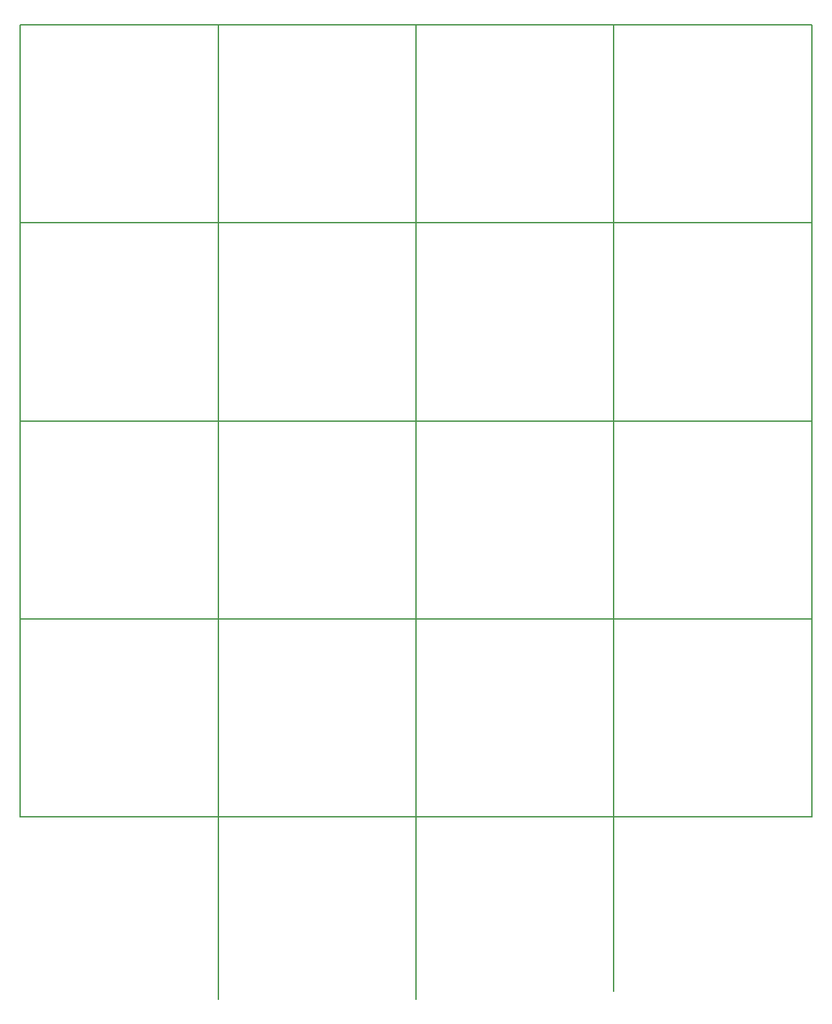
<source format=gm1>
G04 #@! TF.FileFunction,Profile,NP*
%FSLAX46Y46*%
G04 Gerber Fmt 4.6, Leading zero omitted, Abs format (unit mm)*
G04 Created by KiCad (PCBNEW 4.0.6) date 11/11/17 16:17:48*
%MOMM*%
%LPD*%
G01*
G04 APERTURE LIST*
%ADD10C,0.100000*%
%ADD11C,0.150000*%
G04 APERTURE END LIST*
D10*
D11*
X140000000Y-135000000D02*
X140000000Y-157000000D01*
X115000000Y-135000000D02*
X115000000Y-158000000D01*
X90000000Y-135000000D02*
X90000000Y-158000000D01*
X65000000Y-60000000D02*
X165000000Y-60000000D01*
X65000000Y-85000000D02*
X165000000Y-85000000D01*
X65000000Y-110000000D02*
X165000000Y-110000000D01*
X140000000Y-135000000D02*
X140000000Y-35000000D01*
X115000000Y-135000000D02*
X115000000Y-35000000D01*
X90000000Y-135000000D02*
X90000000Y-35000000D01*
X65000000Y-35000000D02*
X65000000Y-135000000D01*
X165000000Y-35000000D02*
X65000000Y-35000000D01*
X165000000Y-135000000D02*
X165000000Y-35000000D01*
X65000000Y-135000000D02*
X165000000Y-135000000D01*
M02*

</source>
